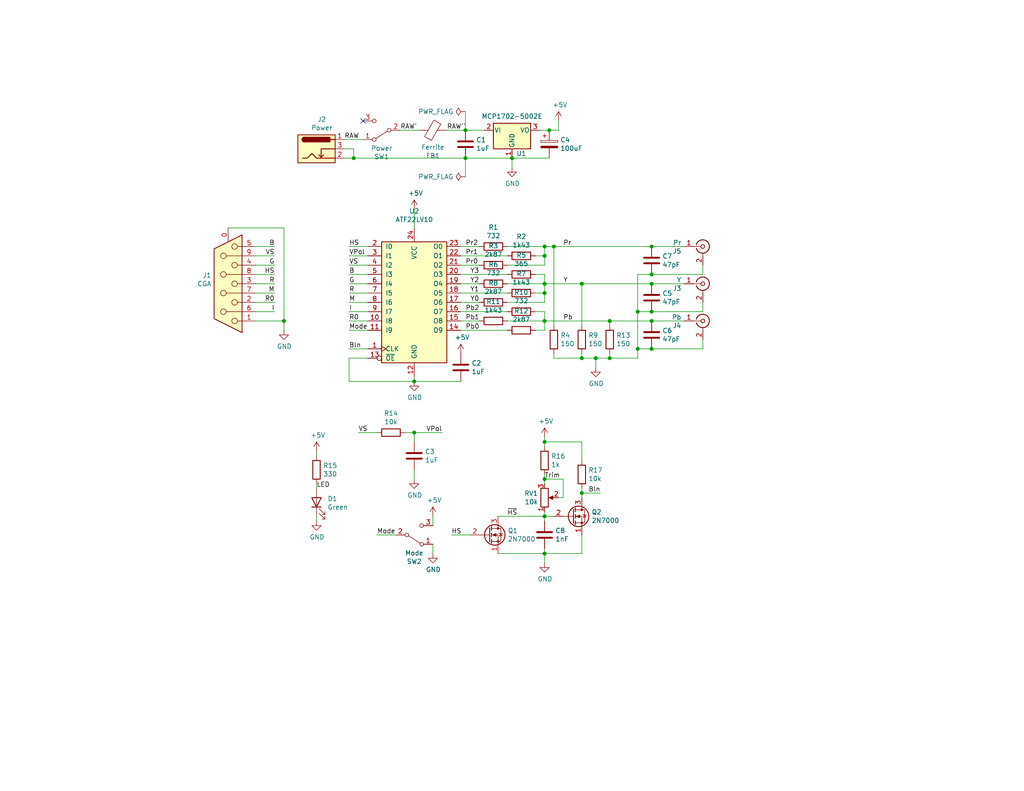
<source format=kicad_sch>
(kicad_sch (version 20211123) (generator eeschema)
  (paper "USLetter")
  (lib_symbols
    (symbol "Connector:Barrel_Jack_Switch" (pin_names hide)
      (property "Reference" "J" (at 0 5.334 0))
      (property "Value" "Barrel_Jack_Switch" (at 0 -5.08 0))
      (symbol "Barrel_Jack_Switch_0_1"
        (rectangle (start -5.08 3.81) (end 5.08 -3.81) (stroke (width 0.254)) (fill (type background)))
        (arc (start -3.302 3.175) (mid -3.937 2.54) (end -3.302 1.905) (stroke (width 0.254)))
        (arc (start -3.302 3.175) (mid -3.937 2.54) (end -3.302 1.905) (stroke (width 0.254)) (fill (type outline)))
        (polyline (pts (xy 1.27 -2.286) (xy 1.905 -1.651)) (stroke (width 0.254)))
        (polyline (pts (xy 5.08 2.54) (xy 3.81 2.54)) (stroke (width 0.254)))
        (polyline (pts (xy 5.08 0) (xy 1.27 0) (xy 1.27 -2.286) (xy 0.635 -1.651)) (stroke (width 0.254)))
        (polyline (pts (xy -3.81 -2.54) (xy -2.54 -2.54) (xy -1.27 -1.27) (xy 0 -2.54) (xy 2.54 -2.54) (xy 5.08 -2.54)) (stroke (width 0.254)))
        (rectangle (start 3.683 3.175) (end -3.302 1.905) (stroke (width 0.254)) (fill (type outline)))
      )
      (symbol "Barrel_Jack_Switch_1_1"
        (pin passive line (at 7.62 2.54 180) (length 2.54) (name "~") (number "1"))
        (pin passive line (at 7.62 -2.54 180) (length 2.54) (name "~") (number "2"))
        (pin passive line (at 7.62 0 180) (length 2.54) (name "~") (number "3"))
      )
    )
    (symbol "Connector:Conn_Coaxial" (pin_names (offset 1.016) hide)
      (property "Reference" "J" (at 0.254 3.048 0))
      (property "Value" "Conn_Coaxial" (at 2.921 0 90))
      (symbol "Conn_Coaxial_0_1"
        (arc (start -1.778 -0.508) (mid 0.2311 -1.8066) (end 1.778 0) (stroke (width 0.254)))
        (polyline (pts (xy -2.54 0) (xy -0.508 0)))
        (polyline (pts (xy 0 -2.54) (xy 0 -1.778)))
        (circle (center 0 0) (radius 0.508) (stroke (width 0.2032)))
        (arc (start 1.778 0) (mid 0.2099 1.8101) (end -1.778 0.508) (stroke (width 0.254)))
      )
      (symbol "Conn_Coaxial_1_1"
        (pin passive line (at -5.08 0 0) (length 2.54) (name "In") (number "1"))
        (pin passive line (at 0 -5.08 90) (length 2.54) (name "Ext") (number "2"))
      )
    )
    (symbol "Connector:DB9_Female_MountingHoles" (pin_names (offset 1.016) hide)
      (property "Reference" "J" (at 0 16.51 0))
      (property "Value" "DB9_Female_MountingHoles" (at 0 14.605 0))
      (symbol "DB9_Female_MountingHoles_0_1"
        (circle (center -1.778 -10.16) (radius 0.762))
        (circle (center -1.778 -5.08) (radius 0.762))
        (circle (center -1.778 0) (radius 0.762))
        (circle (center -1.778 5.08) (radius 0.762))
        (circle (center -1.778 10.16) (radius 0.762))
        (polyline (pts (xy -3.81 -10.16) (xy -2.54 -10.16)))
        (polyline (pts (xy -3.81 -7.62) (xy 0.508 -7.62)))
        (polyline (pts (xy -3.81 -5.08) (xy -2.54 -5.08)))
        (polyline (pts (xy -3.81 -2.54) (xy 0.508 -2.54)))
        (polyline (pts (xy -3.81 0) (xy -2.54 0)))
        (polyline (pts (xy -3.81 2.54) (xy 0.508 2.54)))
        (polyline (pts (xy -3.81 5.08) (xy -2.54 5.08)))
        (polyline (pts (xy -3.81 7.62) (xy 0.508 7.62)))
        (polyline (pts (xy -3.81 10.16) (xy -2.54 10.16)))
        (polyline (pts (xy -3.81 13.335) (xy -3.81 -13.335) (xy 3.81 -9.525) (xy 3.81 9.525) (xy -3.81 13.335)) (stroke (width 0.254)) (fill (type background)))
        (circle (center 1.27 -7.62) (radius 0.762))
        (circle (center 1.27 -2.54) (radius 0.762))
        (circle (center 1.27 2.54) (radius 0.762))
        (circle (center 1.27 7.62) (radius 0.762))
      )
      (symbol "DB9_Female_MountingHoles_1_1"
        (pin passive line (at 0 -15.24 90) (length 3.81) (name "PAD") (number "0"))
        (pin passive line (at -7.62 10.16 0) (length 3.81) (name "1") (number "1"))
        (pin passive line (at -7.62 5.08 0) (length 3.81) (name "2") (number "2"))
        (pin passive line (at -7.62 0 0) (length 3.81) (name "3") (number "3"))
        (pin passive line (at -7.62 -5.08 0) (length 3.81) (name "4") (number "4"))
        (pin passive line (at -7.62 -10.16 0) (length 3.81) (name "5") (number "5"))
        (pin passive line (at -7.62 7.62 0) (length 3.81) (name "6") (number "6"))
        (pin passive line (at -7.62 2.54 0) (length 3.81) (name "7") (number "7"))
        (pin passive line (at -7.62 -2.54 0) (length 3.81) (name "8") (number "8"))
        (pin passive line (at -7.62 -7.62 0) (length 3.81) (name "9") (number "9"))
      )
    )
    (symbol "Device:C" (pin_numbers hide) (pin_names (offset 0.254))
      (property "Reference" "C" (at 0.635 2.54 0))
      (property "Value" "C" (at 0.635 -2.54 0))
      (symbol "C_0_1"
        (polyline (pts (xy -2.032 -0.762) (xy 2.032 -0.762)) (stroke (width 0.508)))
        (polyline (pts (xy -2.032 0.762) (xy 2.032 0.762)) (stroke (width 0.508)))
      )
      (symbol "C_1_1"
        (pin passive line (at 0 3.81 270) (length 2.794) (name "~") (number "1"))
        (pin passive line (at 0 -3.81 90) (length 2.794) (name "~") (number "2"))
      )
    )
    (symbol "Device:C_Polarized" (pin_numbers hide) (pin_names (offset 0.254))
      (property "Reference" "C" (at 0.635 2.54 0))
      (property "Value" "C_Polarized" (at 0.635 -2.54 0))
      (symbol "C_Polarized_0_1"
        (rectangle (start -2.286 0.508) (end 2.286 1.016))
        (polyline (pts (xy -1.778 2.286) (xy -0.762 2.286)))
        (polyline (pts (xy -1.27 2.794) (xy -1.27 1.778)))
        (rectangle (start 2.286 -0.508) (end -2.286 -1.016) (fill (type outline)))
      )
      (symbol "C_Polarized_1_1"
        (pin passive line (at 0 3.81 270) (length 2.794) (name "~") (number "1"))
        (pin passive line (at 0 -3.81 90) (length 2.794) (name "~") (number "2"))
      )
    )
    (symbol "Device:FerriteBead" (pin_numbers hide) (pin_names (offset 0))
      (property "Reference" "FB" (at -3.81 0.635 90))
      (property "Value" "FerriteBead" (at 3.81 0 90))
      (symbol "FerriteBead_0_1"
        (polyline (pts (xy 0 -1.27) (xy 0 -1.2192)))
        (polyline (pts (xy 0 1.27) (xy 0 1.2954)))
        (polyline (pts (xy -2.7686 0.4064) (xy -1.7018 2.2606) (xy 2.7686 -0.3048) (xy 1.6764 -2.159) (xy -2.7686 0.4064)))
      )
      (symbol "FerriteBead_1_1"
        (pin passive line (at 0 3.81 270) (length 2.54) (name "~") (number "1"))
        (pin passive line (at 0 -3.81 90) (length 2.54) (name "~") (number "2"))
      )
    )
    (symbol "Device:LED" (pin_numbers hide) (pin_names (offset 1.016) hide)
      (property "Reference" "D" (at 0 2.54 0))
      (property "Value" "LED" (at 0 -2.54 0))
      (symbol "LED_0_1"
        (polyline (pts (xy -1.27 -1.27) (xy -1.27 1.27)) (stroke (width 0.254)))
        (polyline (pts (xy -1.27 0) (xy 1.27 0)))
        (polyline (pts (xy 1.27 -1.27) (xy 1.27 1.27) (xy -1.27 0) (xy 1.27 -1.27)) (stroke (width 0.254)))
        (polyline (pts (xy -3.048 -0.762) (xy -4.572 -2.286) (xy -3.81 -2.286) (xy -4.572 -2.286) (xy -4.572 -1.524)))
        (polyline (pts (xy -1.778 -0.762) (xy -3.302 -2.286) (xy -2.54 -2.286) (xy -3.302 -2.286) (xy -3.302 -1.524)))
      )
      (symbol "LED_1_1"
        (pin passive line (at -3.81 0 0) (length 2.54) (name "K") (number "1"))
        (pin passive line (at 3.81 0 180) (length 2.54) (name "A") (number "2"))
      )
    )
    (symbol "Device:R" (pin_numbers hide) (pin_names (offset 0))
      (property "Reference" "R" (at 2.032 0 90))
      (property "Value" "R" (at 0 0 90))
      (symbol "R_0_1"
        (rectangle (start -1.016 -2.54) (end 1.016 2.54) (stroke (width 0.254)))
      )
      (symbol "R_1_1"
        (pin passive line (at 0 3.81 270) (length 1.27) (name "~") (number "1"))
        (pin passive line (at 0 -3.81 90) (length 1.27) (name "~") (number "2"))
      )
    )
    (symbol "Device:R_Potentiometer" (pin_names (offset 1.016) hide)
      (property "Reference" "RV" (at -4.445 0 90))
      (property "Value" "R_Potentiometer" (at -2.54 0 90))
      (symbol "R_Potentiometer_0_1"
        (polyline (pts (xy 2.54 0) (xy 1.524 0)))
        (polyline (pts (xy 1.143 0) (xy 2.286 0.508) (xy 2.286 -0.508) (xy 1.143 0)) (fill (type outline)))
        (rectangle (start 1.016 2.54) (end -1.016 -2.54) (stroke (width 0.254)))
      )
      (symbol "R_Potentiometer_1_1"
        (pin passive line (at 0 3.81 270) (length 1.27) (name "1") (number "1"))
        (pin passive line (at 3.81 0 180) (length 1.27) (name "2") (number "2"))
        (pin passive line (at 0 -3.81 90) (length 1.27) (name "3") (number "3"))
      )
    )
    (symbol "Logic_Programmable:PAL20RS10" (pin_names (offset 1.016))
      (property "Reference" "U" (at -8.89 19.05 0))
      (property "Value" "PAL20RS10" (at 5.08 19.05 0))
      (symbol "PAL20RS10_0_1"
        (rectangle (start -8.89 -16.51) (end 8.89 16.51) (stroke (width 0.254)) (fill (type background)))
      )
      (symbol "PAL20RS10_1_1"
        (pin input clock (at -12.7 -12.7 0) (length 3.81) (name "CLK") (number "1"))
        (pin input line (at -12.7 -5.08 0) (length 3.81) (name "I8") (number "10"))
        (pin input line (at -12.7 -7.62 0) (length 3.81) (name "I9") (number "11"))
        (pin power_in line (at 0 -20.32 90) (length 3.81) (name "GND") (number "12"))
        (pin input inverted (at -12.7 -15.24 0) (length 3.81) (name "~{OE}") (number "13"))
        (pin output line (at 12.7 -7.62 180) (length 3.81) (name "O9") (number "14"))
        (pin output line (at 12.7 -5.08 180) (length 3.81) (name "O8") (number "15"))
        (pin output line (at 12.7 -2.54 180) (length 3.81) (name "O7") (number "16"))
        (pin output line (at 12.7 0 180) (length 3.81) (name "O6") (number "17"))
        (pin output line (at 12.7 2.54 180) (length 3.81) (name "O5") (number "18"))
        (pin output line (at 12.7 5.08 180) (length 3.81) (name "O4") (number "19"))
        (pin input line (at -12.7 15.24 0) (length 3.81) (name "I0") (number "2"))
        (pin output line (at 12.7 7.62 180) (length 3.81) (name "O3") (number "20"))
        (pin output line (at 12.7 10.16 180) (length 3.81) (name "O2") (number "21"))
        (pin output line (at 12.7 12.7 180) (length 3.81) (name "O1") (number "22"))
        (pin output line (at 12.7 15.24 180) (length 3.81) (name "O0") (number "23"))
        (pin power_in line (at 0 20.32 270) (length 3.81) (name "VCC") (number "24"))
        (pin input line (at -12.7 12.7 0) (length 3.81) (name "I1") (number "3"))
        (pin input line (at -12.7 10.16 0) (length 3.81) (name "I2") (number "4"))
        (pin input line (at -12.7 7.62 0) (length 3.81) (name "I3") (number "5"))
        (pin input line (at -12.7 5.08 0) (length 3.81) (name "I4") (number "6"))
        (pin input line (at -12.7 2.54 0) (length 3.81) (name "I5") (number "7"))
        (pin input line (at -12.7 0 0) (length 3.81) (name "I6") (number "8"))
        (pin input line (at -12.7 -2.54 0) (length 3.81) (name "I7") (number "9"))
      )
    )
    (symbol "Regulator_Linear:MCP1700x-500xxTO" (pin_names (offset 0.254))
      (property "Reference" "U" (at -3.81 -3.175 0))
      (property "Value" "MCP1700x-500xxTO" (at 0 -3.175 0))
      (symbol "MCP1700x-500xxTO_0_1"
        (rectangle (start -5.08 5.08) (end 5.08 -1.905) (stroke (width 0.254)) (fill (type background)))
      )
      (symbol "MCP1700x-500xxTO_1_1"
        (pin power_in line (at 0 7.62 270) (length 2.54) (name "GND") (number "1"))
        (pin power_in line (at -7.62 0 0) (length 2.54) (name "VI") (number "2"))
        (pin power_out line (at 7.62 0 180) (length 2.54) (name "VO") (number "3"))
      )
    )
    (symbol "Switch:SW_SPDT" (pin_names (offset 0) hide)
      (property "Reference" "SW" (at 0 4.318 0))
      (property "Value" "SW_SPDT" (at 0 -5.08 0))
      (symbol "SW_SPDT_0_0"
        (circle (center -2.032 0) (radius 0.508))
        (circle (center 2.032 -2.54) (radius 0.508))
      )
      (symbol "SW_SPDT_0_1"
        (polyline (pts (xy -1.524 0.254) (xy 1.651 2.286)))
        (circle (center 2.032 2.54) (radius 0.508))
      )
      (symbol "SW_SPDT_1_1"
        (pin passive line (at 5.08 2.54 180) (length 2.54) (name "A") (number "1"))
        (pin passive line (at -5.08 0 0) (length 2.54) (name "B") (number "2"))
        (pin passive line (at 5.08 -2.54 180) (length 2.54) (name "C") (number "3"))
      )
    )
    (symbol "Transistor_FET:2N7000" (pin_names hide)
      (property "Reference" "Q" (at 5.08 1.905 0))
      (property "Value" "2N7000" (at 5.08 0 0))
      (symbol "2N7000_0_1"
        (polyline (pts (xy 0.254 0) (xy -2.54 0)))
        (polyline (pts (xy 0.254 1.905) (xy 0.254 -1.905)) (stroke (width 0.254)))
        (polyline (pts (xy 0.762 -1.27) (xy 0.762 -2.286)) (stroke (width 0.254)))
        (polyline (pts (xy 0.762 0.508) (xy 0.762 -0.508)) (stroke (width 0.254)))
        (polyline (pts (xy 0.762 2.286) (xy 0.762 1.27)) (stroke (width 0.254)))
        (polyline (pts (xy 2.54 2.54) (xy 2.54 1.778)))
        (polyline (pts (xy 2.54 -2.54) (xy 2.54 0) (xy 0.762 0)))
        (polyline (pts (xy 0.762 -1.778) (xy 3.302 -1.778) (xy 3.302 1.778) (xy 0.762 1.778)))
        (polyline (pts (xy 1.016 0) (xy 2.032 0.381) (xy 2.032 -0.381) (xy 1.016 0)) (fill (type outline)))
        (polyline (pts (xy 2.794 0.508) (xy 2.921 0.381) (xy 3.683 0.381) (xy 3.81 0.254)))
        (polyline (pts (xy 3.302 0.381) (xy 2.921 -0.254) (xy 3.683 -0.254) (xy 3.302 0.381)))
        (circle (center 1.651 0) (radius 2.794) (stroke (width 0.254)))
        (circle (center 2.54 -1.778) (radius 0.254) (fill (type outline)))
        (circle (center 2.54 1.778) (radius 0.254) (fill (type outline)))
      )
      (symbol "2N7000_1_1"
        (pin passive line (at 2.54 -5.08 90) (length 2.54) (name "S") (number "1"))
        (pin input line (at -5.08 0 0) (length 2.54) (name "G") (number "2"))
        (pin passive line (at 2.54 5.08 270) (length 2.54) (name "D") (number "3"))
      )
    )
    (symbol "power:+5V" (power) (pin_names (offset 0))
      (property "Value" "+5V" (at 0 3.556 0))
      (symbol "+5V_0_1"
        (polyline (pts (xy -0.762 1.27) (xy 0 2.54)))
        (polyline (pts (xy 0 0) (xy 0 2.54)))
        (polyline (pts (xy 0 2.54) (xy 0.762 1.27)))
      )
      (symbol "+5V_1_1"
        (pin power_in line (at 0 0 90) (length 0) hide (name "+5V") (number "1"))
      )
    )
    (symbol "power:GND" (power) (pin_names (offset 0))
      (property "Value" "GND" (at 0 -3.81 0))
      (symbol "GND_0_1"
        (polyline (pts (xy 0 0) (xy 0 -1.27) (xy 1.27 -1.27) (xy 0 -2.54) (xy -1.27 -1.27) (xy 0 -1.27)))
      )
      (symbol "GND_1_1"
        (pin power_in line (at 0 0 270) (length 0) hide (name "GND") (number "1"))
      )
    )
    (symbol "power:PWR_FLAG" (power) (pin_numbers hide) (pin_names (offset 0) hide)
      (property "Value" "PWR_FLAG" (at 0 3.81 0))
      (symbol "PWR_FLAG_0_0"
        (pin power_out line (at 0 0 90) (length 0) (name "pwr") (number "1"))
      )
      (symbol "PWR_FLAG_0_1"
        (polyline (pts (xy 0 0) (xy 0 1.27) (xy -1.016 1.905) (xy 0 2.54) (xy 1.016 1.905) (xy 0 1.27)))
      )
    )
  )
  (junction (at 158.75 77.47))
  (junction (at 177.8 67.31))
  (junction (at 166.37 87.63))
  (junction (at 127 35.56))
  (junction (at 148.59 77.47))
  (junction (at 148.59 67.31))
  (junction (at 173.99 85.09))
  (junction (at 177.8 77.47))
  (junction (at 148.59 80.01))
  (junction (at 77.47 87.63))
  (junction (at 177.8 74.93))
  (junction (at 113.03 104.14))
  (junction (at 158.75 134.62))
  (junction (at 177.8 85.09))
  (junction (at 162.56 97.79))
  (junction (at 158.75 97.79))
  (junction (at 148.59 120.65))
  (junction (at 177.8 87.63))
  (junction (at 148.59 151.13))
  (junction (at 127 43.18))
  (junction (at 173.99 95.25))
  (junction (at 149.86 35.56))
  (junction (at 148.59 140.97))
  (junction (at 113.03 118.11))
  (junction (at 148.59 87.63))
  (junction (at 96.52 43.18))
  (junction (at 177.8 95.25))
  (junction (at 148.59 69.85))
  (junction (at 148.59 130.81))
  (junction (at 166.37 97.79))
  (junction (at 139.7 43.18))
  (junction (at 151.13 67.31))
  (no_connect (at 99.06 33.02))
  (wire (pts (xy 177.8 74.93) (xy 173.99 74.93)))
  (wire (pts (xy 69.85 85.09) (xy 74.93 85.09)))
  (wire (pts (xy 125.73 85.09) (xy 138.43 85.09)))
  (wire (pts (xy 69.85 82.55) (xy 74.93 82.55)))
  (wire (pts (xy 152.4 135.89) (xy 153.67 135.89)))
  (wire (pts (xy 69.85 87.63) (xy 77.47 87.63)))
  (wire (pts (xy 151.13 97.79) (xy 158.75 97.79)))
  (wire (pts (xy 146.05 85.09) (xy 148.59 85.09)))
  (wire (pts (xy 191.77 85.09) (xy 177.8 85.09)))
  (wire (pts (xy 109.22 35.56) (xy 114.3 35.56)))
  (wire (pts (xy 158.75 133.35) (xy 158.75 134.62)))
  (wire (pts (xy 95.25 80.01) (xy 100.33 80.01)))
  (wire (pts (xy 69.85 77.47) (xy 74.93 77.47)))
  (wire (pts (xy 125.73 80.01) (xy 138.43 80.01)))
  (wire (pts (xy 148.59 151.13) (xy 158.75 151.13)))
  (wire (pts (xy 146.05 74.93) (xy 148.59 74.93)))
  (wire (pts (xy 173.99 85.09) (xy 173.99 95.25)))
  (wire (pts (xy 146.05 80.01) (xy 148.59 80.01)))
  (wire (pts (xy 127 48.26) (xy 127 43.18)))
  (wire (pts (xy 113.03 118.11) (xy 113.03 120.65)))
  (wire (pts (xy 148.59 77.47) (xy 148.59 80.01)))
  (wire (pts (xy 191.77 74.93) (xy 191.77 72.39)))
  (wire (pts (xy 151.13 140.97) (xy 148.59 140.97)))
  (wire (pts (xy 151.13 67.31) (xy 151.13 88.9)))
  (wire (pts (xy 173.99 97.79) (xy 166.37 97.79)))
  (wire (pts (xy 148.59 82.55) (xy 138.43 82.55)))
  (wire (pts (xy 148.59 87.63) (xy 166.37 87.63)))
  (wire (pts (xy 100.33 95.25) (xy 95.25 95.25)))
  (wire (pts (xy 148.59 130.81) (xy 148.59 132.08)))
  (wire (pts (xy 125.73 87.63) (xy 130.81 87.63)))
  (wire (pts (xy 86.36 142.24) (xy 86.36 140.97)))
  (wire (pts (xy 148.59 140.97) (xy 148.59 142.24)))
  (wire (pts (xy 191.77 95.25) (xy 191.77 92.71)))
  (wire (pts (xy 120.65 118.11) (xy 113.03 118.11)))
  (wire (pts (xy 69.85 69.85) (xy 74.93 69.85)))
  (wire (pts (xy 191.77 85.09) (xy 191.77 82.55)))
  (wire (pts (xy 128.27 146.05) (xy 123.19 146.05)))
  (wire (pts (xy 163.83 134.62) (xy 158.75 134.62)))
  (wire (pts (xy 113.03 104.14) (xy 95.25 104.14)))
  (wire (pts (xy 173.99 74.93) (xy 173.99 85.09)))
  (wire (pts (xy 158.75 77.47) (xy 158.75 88.9)))
  (wire (pts (xy 139.7 43.18) (xy 149.86 43.18)))
  (wire (pts (xy 148.59 90.17) (xy 146.05 90.17)))
  (wire (pts (xy 151.13 67.31) (xy 148.59 67.31)))
  (wire (pts (xy 147.32 35.56) (xy 149.86 35.56)))
  (wire (pts (xy 148.59 67.31) (xy 138.43 67.31)))
  (wire (pts (xy 158.75 151.13) (xy 158.75 146.05)))
  (wire (pts (xy 162.56 97.79) (xy 166.37 97.79)))
  (wire (pts (xy 158.75 96.52) (xy 158.75 97.79)))
  (wire (pts (xy 127 43.18) (xy 139.7 43.18)))
  (wire (pts (xy 177.8 77.47) (xy 186.69 77.47)))
  (wire (pts (xy 69.85 74.93) (xy 74.93 74.93)))
  (wire (pts (xy 138.43 72.39) (xy 148.59 72.39)))
  (wire (pts (xy 158.75 125.73) (xy 158.75 120.65)))
  (wire (pts (xy 69.85 80.01) (xy 74.93 80.01)))
  (wire (pts (xy 148.59 74.93) (xy 148.59 77.47)))
  (wire (pts (xy 95.25 77.47) (xy 100.33 77.47)))
  (wire (pts (xy 151.13 67.31) (xy 177.8 67.31)))
  (wire (pts (xy 69.85 67.31) (xy 74.93 67.31)))
  (wire (pts (xy 158.75 97.79) (xy 162.56 97.79)))
  (wire (pts (xy 100.33 97.79) (xy 95.25 97.79)))
  (wire (pts (xy 158.75 134.62) (xy 158.75 135.89)))
  (wire (pts (xy 96.52 43.18) (xy 127 43.18)))
  (wire (pts (xy 125.73 67.31) (xy 130.81 67.31)))
  (wire (pts (xy 96.52 40.64) (xy 96.52 43.18)))
  (wire (pts (xy 118.11 151.13) (xy 118.11 148.59)))
  (wire (pts (xy 77.47 62.23) (xy 62.23 62.23)))
  (wire (pts (xy 86.36 124.46) (xy 86.36 123.19)))
  (wire (pts (xy 125.73 82.55) (xy 130.81 82.55)))
  (wire (pts (xy 95.25 104.14) (xy 95.25 97.79)))
  (wire (pts (xy 95.25 74.93) (xy 100.33 74.93)))
  (wire (pts (xy 148.59 120.65) (xy 158.75 120.65)))
  (wire (pts (xy 135.89 151.13) (xy 148.59 151.13)))
  (wire (pts (xy 95.25 85.09) (xy 100.33 85.09)))
  (wire (pts (xy 125.73 90.17) (xy 138.43 90.17)))
  (wire (pts (xy 113.03 104.14) (xy 113.03 102.87)))
  (wire (pts (xy 153.67 135.89) (xy 153.67 130.81)))
  (wire (pts (xy 148.59 87.63) (xy 148.59 90.17)))
  (wire (pts (xy 95.25 82.55) (xy 100.33 82.55)))
  (wire (pts (xy 95.25 87.63) (xy 100.33 87.63)))
  (wire (pts (xy 177.8 87.63) (xy 166.37 87.63)))
  (wire (pts (xy 153.67 130.81) (xy 148.59 130.81)))
  (wire (pts (xy 125.73 72.39) (xy 130.81 72.39)))
  (wire (pts (xy 148.59 151.13) (xy 148.59 153.67)))
  (wire (pts (xy 127 35.56) (xy 132.08 35.56)))
  (wire (pts (xy 177.8 87.63) (xy 186.69 87.63)))
  (wire (pts (xy 148.59 120.65) (xy 148.59 121.92)))
  (wire (pts (xy 148.59 72.39) (xy 148.59 69.85)))
  (wire (pts (xy 107.95 146.05) (xy 102.87 146.05)))
  (wire (pts (xy 162.56 100.33) (xy 162.56 97.79)))
  (wire (pts (xy 77.47 87.63) (xy 77.47 90.17)))
  (wire (pts (xy 102.87 118.11) (xy 97.79 118.11)))
  (wire (pts (xy 148.59 119.38) (xy 148.59 120.65)))
  (wire (pts (xy 158.75 77.47) (xy 148.59 77.47)))
  (wire (pts (xy 138.43 77.47) (xy 148.59 77.47)))
  (wire (pts (xy 93.98 40.64) (xy 96.52 40.64)))
  (wire (pts (xy 148.59 149.86) (xy 148.59 151.13)))
  (wire (pts (xy 125.73 74.93) (xy 138.43 74.93)))
  (wire (pts (xy 148.59 129.54) (xy 148.59 130.81)))
  (wire (pts (xy 151.13 96.52) (xy 151.13 97.79)))
  (wire (pts (xy 146.05 69.85) (xy 148.59 69.85)))
  (wire (pts (xy 173.99 95.25) (xy 173.99 97.79)))
  (wire (pts (xy 191.77 95.25) (xy 177.8 95.25)))
  (wire (pts (xy 148.59 85.09) (xy 148.59 87.63)))
  (wire (pts (xy 96.52 43.18) (xy 93.98 43.18)))
  (wire (pts (xy 125.73 104.14) (xy 113.03 104.14)))
  (wire (pts (xy 95.25 69.85) (xy 100.33 69.85)))
  (wire (pts (xy 148.59 140.97) (xy 135.89 140.97)))
  (wire (pts (xy 127 30.48) (xy 127 35.56)))
  (wire (pts (xy 173.99 85.09) (xy 177.8 85.09)))
  (wire (pts (xy 139.7 43.18) (xy 139.7 45.72)))
  (wire (pts (xy 148.59 140.97) (xy 148.59 139.7)))
  (wire (pts (xy 166.37 97.79) (xy 166.37 96.52)))
  (wire (pts (xy 121.92 35.56) (xy 127 35.56)))
  (wire (pts (xy 166.37 87.63) (xy 166.37 88.9)))
  (wire (pts (xy 77.47 87.63) (xy 77.47 62.23)))
  (wire (pts (xy 95.25 67.31) (xy 100.33 67.31)))
  (wire (pts (xy 125.73 69.85) (xy 138.43 69.85)))
  (wire (pts (xy 138.43 87.63) (xy 148.59 87.63)))
  (wire (pts (xy 86.36 133.35) (xy 86.36 132.08)))
  (wire (pts (xy 113.03 57.15) (xy 113.03 62.23)))
  (wire (pts (xy 191.77 74.93) (xy 177.8 74.93)))
  (wire (pts (xy 148.59 80.01) (xy 148.59 82.55)))
  (wire (pts (xy 118.11 143.51) (xy 118.11 140.97)))
  (wire (pts (xy 125.73 77.47) (xy 130.81 77.47)))
  (wire (pts (xy 95.25 72.39) (xy 100.33 72.39)))
  (wire (pts (xy 158.75 77.47) (xy 177.8 77.47)))
  (wire (pts (xy 69.85 72.39) (xy 74.93 72.39)))
  (wire (pts (xy 177.8 67.31) (xy 186.69 67.31)))
  (wire (pts (xy 99.06 38.1) (xy 93.98 38.1)))
  (wire (pts (xy 177.8 95.25) (xy 173.99 95.25)))
  (wire (pts (xy 113.03 118.11) (xy 110.49 118.11)))
  (wire (pts (xy 95.25 90.17) (xy 100.33 90.17)))
  (wire (pts (xy 152.4 33.02) (xy 152.4 35.56)))
  (wire (pts (xy 148.59 69.85) (xy 148.59 67.31)))
  (wire (pts (xy 149.86 35.56) (xy 152.4 35.56)))
  (wire (pts (xy 113.03 130.81) (xy 113.03 128.27)))
  (label "HS" (at 123.19 146.05 0))
  (label "Pb0" (at 127 90.17 0))
  (label "RAW''" (at 121.92 35.56 0))
  (label "G" (at 95.25 77.47 0))
  (label "~{HS}" (at 138.43 140.97 0))
  (label "Pb1" (at 127 87.63 0))
  (label "Y1" (at 128.27 80.01 0))
  (label "Pr" (at 153.67 67.31 0))
  (label "Y0" (at 128.27 82.55 0))
  (label "Y3" (at 128.27 74.93 0))
  (label "VS" (at 97.79 118.11 0))
  (label "M" (at 95.25 82.55 0))
  (label "VS" (at 74.93 69.85 180))
  (label "VS" (at 95.25 72.39 0))
  (label "Pr0" (at 127 72.39 0))
  (label "Pr1" (at 127 69.85 0))
  (label "Mode" (at 95.25 90.17 0))
  (label "VPol" (at 95.25 69.85 0))
  (label "Mode" (at 102.87 146.05 0))
  (label "Trim" (at 148.59 130.81 0))
  (label "LED" (at 86.36 133.35 0))
  (label "Pr2" (at 127 67.31 0))
  (label "M" (at 74.93 80.01 180))
  (label "B" (at 95.25 74.93 0))
  (label "Pb2" (at 127 85.09 0))
  (label "I" (at 74.93 85.09 180))
  (label "Pb" (at 153.67 87.63 0))
  (label "RAW" (at 93.98 38.1 0))
  (label "Y" (at 153.67 77.47 0))
  (label "Y2" (at 128.27 77.47 0))
  (label "R0" (at 74.93 82.55 180))
  (label "Bln" (at 95.25 95.25 0))
  (label "B" (at 74.93 67.31 180))
  (label "Bln" (at 163.83 134.62 180))
  (label "HS" (at 95.25 67.31 0))
  (label "VPol" (at 120.65 118.11 180))
  (label "I" (at 95.25 85.09 0))
  (label "RAW'" (at 109.22 35.56 0))
  (label "R" (at 74.93 77.47 180))
  (label "R0" (at 95.25 87.63 0))
  (label "HS" (at 74.93 74.93 180))
  (label "R" (at 95.25 80.01 0))
  (label "G" (at 74.93 72.39 180))
  (symbol (lib_id "Logic_Programmable:PAL20RS10") (at 113.03 82.55 0) (unit 1)
    (property "Reference" "U2" (at 113.03 57.6326 0))
    (property "Value" "ATF22LV10" (at 113.03 59.944 0))
    (property "Footprint" "Package_DIP:DIP-24_W7.62mm_Socket_LongPads" (effects hide))
  )
  (symbol (lib_id "power:GND") (at 113.03 104.14 0) (unit 1)
    (property "Reference" "#PWR02" (effects hide))
    (property "Value" "GND" (at 113.157 108.5342 0))
  )
  (symbol (lib_id "power:+5V") (at 113.03 57.15 0) (unit 1)
    (property "Reference" "#PWR01" (effects hide))
    (property "Value" "+5V" (at 113.411 52.7558 0))
  )
  (symbol (lib_id "Device:R") (at 134.62 67.31 90) (mirror x) (unit 1)
    (property "Reference" "R1" (at 134.62 62.0522 90))
    (property "Value" "732" (at 134.62 64.3636 90))
    (property "Footprint" "Resistor_THT:R_Axial_DIN0207_L6.3mm_D2.5mm_P7.62mm_Horizontal" (effects hide))
  )
  (symbol (lib_id "Device:R") (at 142.24 69.85 90) (mirror x) (unit 1)
    (property "Reference" "R2" (at 142.24 64.5922 90))
    (property "Value" "1k43" (at 142.24 66.9036 90))
    (property "Footprint" "Resistor_THT:R_Axial_DIN0207_L6.3mm_D2.5mm_P7.62mm_Horizontal" (effects hide))
  )
  (symbol (lib_id "Device:R") (at 134.62 72.39 90) (mirror x) (unit 1)
    (property "Reference" "R3" (at 134.62 67.1322 90))
    (property "Value" "2k87" (at 134.62 69.4436 90))
    (property "Footprint" "Resistor_THT:R_Axial_DIN0207_L6.3mm_D2.5mm_P7.62mm_Horizontal" (effects hide))
  )
  (symbol (lib_id "Device:R") (at 142.24 74.93 90) (mirror x) (unit 1)
    (property "Reference" "R5" (at 142.24 69.6722 90))
    (property "Value" "365" (at 142.24 71.9836 90))
    (property "Footprint" "Resistor_THT:R_Axial_DIN0207_L6.3mm_D2.5mm_P7.62mm_Horizontal" (effects hide))
  )
  (symbol (lib_id "Device:R") (at 151.13 92.71 180) (unit 1)
    (property "Reference" "R4" (at 152.908 91.5416 0) (effects (justify right)))
    (property "Value" "150" (at 152.908 93.853 0) (effects (justify right)))
    (property "Footprint" "Resistor_THT:R_Axial_DIN0207_L6.3mm_D2.5mm_P7.62mm_Horizontal" (effects hide))
  )
  (symbol (lib_id "Device:R") (at 134.62 77.47 90) (mirror x) (unit 1)
    (property "Reference" "R6" (at 134.62 72.2122 90))
    (property "Value" "732" (at 134.62 74.5236 90))
    (property "Footprint" "Resistor_THT:R_Axial_DIN0207_L6.3mm_D2.5mm_P7.62mm_Horizontal" (effects hide))
  )
  (symbol (lib_id "Device:R") (at 142.24 80.01 90) (mirror x) (unit 1)
    (property "Reference" "R7" (at 142.24 74.7522 90))
    (property "Value" "1k43" (at 142.24 77.0636 90))
    (property "Footprint" "Resistor_THT:R_Axial_DIN0207_L6.3mm_D2.5mm_P7.62mm_Horizontal" (effects hide))
  )
  (symbol (lib_id "Device:R") (at 134.62 82.55 90) (mirror x) (unit 1)
    (property "Reference" "R8" (at 134.62 77.2922 90))
    (property "Value" "2k87" (at 134.62 79.6036 90))
    (property "Footprint" "Resistor_THT:R_Axial_DIN0207_L6.3mm_D2.5mm_P7.62mm_Horizontal" (effects hide))
  )
  (symbol (lib_id "Device:R") (at 158.75 92.71 180) (unit 1)
    (property "Reference" "R9" (at 160.528 91.5416 0) (effects (justify right)))
    (property "Value" "150" (at 160.528 93.853 0) (effects (justify right)))
    (property "Footprint" "Resistor_THT:R_Axial_DIN0207_L6.3mm_D2.5mm_P7.62mm_Horizontal" (effects hide))
  )
  (symbol (lib_id "Device:R") (at 142.24 85.09 90) (mirror x) (unit 1)
    (property "Reference" "R10" (at 142.24 79.8322 90))
    (property "Value" "732" (at 142.24 82.1436 90))
    (property "Footprint" "Resistor_THT:R_Axial_DIN0207_L6.3mm_D2.5mm_P7.62mm_Horizontal" (effects hide))
  )
  (symbol (lib_id "Device:R") (at 134.62 87.63 90) (mirror x) (unit 1)
    (property "Reference" "R11" (at 134.62 82.3722 90))
    (property "Value" "1k43" (at 134.62 84.6836 90))
    (property "Footprint" "Resistor_THT:R_Axial_DIN0207_L6.3mm_D2.5mm_P7.62mm_Horizontal" (effects hide))
  )
  (symbol (lib_id "Device:R") (at 142.24 90.17 90) (mirror x) (unit 1)
    (property "Reference" "R12" (at 142.24 84.9122 90))
    (property "Value" "2k87" (at 142.24 87.2236 90))
    (property "Footprint" "Resistor_THT:R_Axial_DIN0207_L6.3mm_D2.5mm_P7.62mm_Horizontal" (effects hide))
  )
  (symbol (lib_id "Device:R") (at 166.37 92.71 180) (unit 1)
    (property "Reference" "R13" (at 168.148 91.5416 0) (effects (justify right)))
    (property "Value" "150" (at 168.148 93.853 0) (effects (justify right)))
    (property "Footprint" "Resistor_THT:R_Axial_DIN0207_L6.3mm_D2.5mm_P7.62mm_Horizontal" (effects hide))
  )
  (symbol (lib_id "power:GND") (at 162.56 100.33 0) (unit 1)
    (property "Reference" "#PWR04" (effects hide))
    (property "Value" "GND" (at 162.687 104.7242 0))
  )
  (symbol (lib_id "Connector:Conn_Coaxial") (at 191.77 77.47 0) (unit 1)
    (property "Reference" "J3" (at 185.928 78.74 0) (effects (justify right)))
    (property "Value" "Y" (at 185.928 76.4286 0) (effects (justify right)))
    (property "Footprint" "cga-ypbpr:RCA_Unswitched" (effects hide))
    (property "Datasheet" " ~" (effects hide))
  )
  (symbol (lib_id "Connector:Conn_Coaxial") (at 191.77 87.63 0) (unit 1)
    (property "Reference" "J4" (at 185.928 88.9 0) (effects (justify right)))
    (property "Value" "Pb" (at 185.928 86.5886 0) (effects (justify right)))
    (property "Footprint" "cga-ypbpr:RCA_Unswitched" (effects hide))
    (property "Datasheet" " ~" (effects hide))
  )
  (symbol (lib_id "Connector:Conn_Coaxial") (at 191.77 67.31 0) (unit 1)
    (property "Reference" "J5" (at 185.928 68.58 0) (effects (justify right)))
    (property "Value" "Pr" (at 185.928 66.2686 0) (effects (justify right)))
    (property "Footprint" "cga-ypbpr:RCA_Unswitched" (effects hide))
    (property "Datasheet" " ~" (effects hide))
  )
  (symbol (lib_id "Device:C") (at 177.8 71.12 0) (unit 1)
    (property "Reference" "C7" (at 180.721 69.9516 0) (effects (justify left)))
    (property "Value" "47pF" (at 180.721 72.263 0) (effects (justify left)))
    (property "Footprint" "Capacitor_THT:C_Disc_D3.0mm_W1.6mm_P2.50mm" (effects hide))
  )
  (symbol (lib_id "Device:C") (at 177.8 81.28 0) (unit 1)
    (property "Reference" "C5" (at 180.721 80.1116 0) (effects (justify left)))
    (property "Value" "47pF" (at 180.721 82.423 0) (effects (justify left)))
    (property "Footprint" "Capacitor_THT:C_Disc_D3.0mm_W1.6mm_P2.50mm" (effects hide))
  )
  (symbol (lib_id "Device:C") (at 177.8 91.44 0) (unit 1)
    (property "Reference" "C6" (at 180.721 90.2716 0) (effects (justify left)))
    (property "Value" "47pF" (at 180.721 92.583 0) (effects (justify left)))
    (property "Footprint" "Capacitor_THT:C_Disc_D3.0mm_W1.6mm_P2.50mm" (effects hide))
  )
  (symbol (lib_id "Device:C") (at 125.73 100.33 0) (unit 1)
    (property "Reference" "C2" (at 128.651 99.1616 0) (effects (justify left)))
    (property "Value" "1uF" (at 128.651 101.473 0) (effects (justify left)))
    (property "Footprint" "Capacitor_THT:C_Disc_D3.0mm_W2.0mm_P2.50mm" (effects hide))
  )
  (symbol (lib_id "power:+5V") (at 125.73 96.52 0) (unit 1)
    (property "Reference" "#PWR03" (effects hide))
    (property "Value" "+5V" (at 126.111 92.1258 0))
  )
  (symbol (lib_id "Connector:DB9_Female_MountingHoles") (at 62.23 77.47 180) (unit 1)
    (property "Reference" "J1" (at 57.6834 75.1586 0) (effects (justify left)))
    (property "Value" "CGA" (at 57.6834 77.47 0) (effects (justify left)))
    (property "Footprint" "Connector_Dsub:DSUB-9_Female_Horizontal_P2.77x2.84mm_EdgePinOffset7.70mm_Housed_MountingHolesOffset9.12mm" (effects hide))
    (property "Datasheet" " ~" (effects hide))
  )
  (symbol (lib_id "power:GND") (at 77.47 90.17 0) (unit 1)
    (property "Reference" "#PWR0101" (effects hide))
    (property "Value" "GND" (at 77.597 94.5642 0))
  )
  (symbol (lib_id "power:+5V") (at 118.11 140.97 0) (unit 1)
    (property "Reference" "#PWR0102" (effects hide))
    (property "Value" "+5V" (at 118.491 136.5758 0))
  )
  (symbol (lib_id "power:GND") (at 118.11 151.13 0) (unit 1)
    (property "Reference" "#PWR0103" (effects hide))
    (property "Value" "GND" (at 118.237 155.5242 0))
  )
  (symbol (lib_id "Connector:Barrel_Jack_Switch") (at 86.36 40.64 0) (unit 1)
    (property "Reference" "J2" (at 87.8078 32.5882 0))
    (property "Value" "Power" (at 87.8078 34.8996 0))
    (property "Footprint" "Connector_BarrelJack:BarrelJack_Horizontal" (effects hide))
  )
  (symbol (lib_id "Device:FerriteBead") (at 118.11 35.56 90) (unit 1)
    (property "Reference" "FB1" (at 118.11 42.5196 90))
    (property "Value" "Ferrite" (at 118.11 40.2082 90))
    (property "Footprint" "Inductor_THT:L_Axial_L9.5mm_D4.0mm_P12.70mm_Horizontal_Fastron_SMCC" (effects hide))
  )
  (symbol (lib_id "power:GND") (at 139.7 45.72 0) (unit 1)
    (property "Reference" "#PWR0105" (effects hide))
    (property "Value" "GND" (at 139.827 50.1142 0))
  )
  (symbol (lib_id "power:+5V") (at 152.4 33.02 0) (unit 1)
    (property "Reference" "#PWR0106" (effects hide))
    (property "Value" "+5V" (at 152.781 28.6258 0))
  )
  (symbol (lib_id "Device:C_Polarized") (at 149.86 39.37 0) (unit 1)
    (property "Reference" "C4" (at 152.8572 38.2016 0) (effects (justify left)))
    (property "Value" "100uF" (at 152.8572 40.513 0) (effects (justify left)))
    (property "Footprint" "Capacitor_THT:CP_Radial_D6.3mm_P2.50mm" (effects hide))
  )
  (symbol (lib_id "power:PWR_FLAG") (at 127 48.26 90) (unit 1)
    (property "Reference" "#FLG0101" (effects hide))
    (property "Value" "PWR_FLAG" (at 123.7488 48.26 90) (effects (justify left)))
  )
  (symbol (lib_id "power:PWR_FLAG") (at 127 30.48 90) (unit 1)
    (property "Reference" "#FLG0102" (effects hide))
    (property "Value" "PWR_FLAG" (at 123.7488 30.48 90) (effects (justify left)))
  )
  (symbol (lib_id "Device:R") (at 106.68 118.11 270) (unit 1)
    (property "Reference" "R14" (at 106.68 112.8522 90))
    (property "Value" "10k" (at 106.68 115.1636 90))
    (property "Footprint" "Resistor_THT:R_Axial_DIN0207_L6.3mm_D2.5mm_P7.62mm_Horizontal" (effects hide))
  )
  (symbol (lib_id "Device:C") (at 113.03 124.46 0) (unit 1)
    (property "Reference" "C3" (at 115.951 123.2916 0) (effects (justify left)))
    (property "Value" "1uF" (at 115.951 125.603 0) (effects (justify left)))
    (property "Footprint" "Capacitor_THT:C_Disc_D3.0mm_W2.0mm_P2.50mm" (effects hide))
  )
  (symbol (lib_id "power:GND") (at 113.03 130.81 0) (unit 1)
    (property "Reference" "#PWR0107" (effects hide))
    (property "Value" "GND" (at 113.157 135.2042 0))
  )
  (symbol (lib_id "Regulator_Linear:MCP1700x-500xxTO") (at 139.7 35.56 0) (mirror x) (unit 1)
    (property "Reference" "U1" (at 142.24 41.91 0))
    (property "Value" "MCP1702-5002E" (at 139.7 31.75 0))
    (property "Footprint" "Package_TO_SOT_THT:TO-92" (effects hide))
    (property "Datasheet" "http://ww1.microchip.com/downloads/en/DeviceDoc/20001826D.pdf" (effects hide))
  )
  (symbol (lib_id "Device:C") (at 127 39.37 0) (unit 1)
    (property "Reference" "C1" (at 129.921 38.2016 0) (effects (justify left)))
    (property "Value" "1uF" (at 129.921 40.513 0) (effects (justify left)))
    (property "Footprint" "Capacitor_THT:C_Disc_D3.0mm_W2.0mm_P2.50mm" (effects hide))
  )
  (symbol (lib_id "Transistor_FET:2N7000") (at 133.35 146.05 0) (unit 1)
    (property "Reference" "Q1" (at 138.5316 144.8816 0) (effects (justify left)))
    (property "Value" "2N7000" (at 138.5316 147.193 0) (effects (justify left)))
    (property "Footprint" "Package_TO_SOT_THT:TO-92" (effects hide))
    (property "Datasheet" "https://www.vishay.com/docs/70226/70226.pdf" (effects hide))
  )
  (symbol (lib_id "Transistor_FET:2N7000") (at 156.21 140.97 0) (unit 1)
    (property "Reference" "Q2" (at 161.3916 139.8016 0) (effects (justify left)))
    (property "Value" "2N7000" (at 161.3916 142.113 0) (effects (justify left)))
    (property "Footprint" "Package_TO_SOT_THT:TO-92" (effects hide))
    (property "Datasheet" "https://www.vishay.com/docs/70226/70226.pdf" (effects hide))
  )
  (symbol (lib_id "Device:R") (at 148.59 125.73 180) (unit 1)
    (property "Reference" "R16" (at 150.368 124.5616 0) (effects (justify right)))
    (property "Value" "1k" (at 150.368 126.873 0) (effects (justify right)))
    (property "Footprint" "Resistor_THT:R_Axial_DIN0207_L6.3mm_D2.5mm_P7.62mm_Horizontal" (effects hide))
  )
  (symbol (lib_id "Device:C") (at 148.59 146.05 0) (unit 1)
    (property "Reference" "C8" (at 151.511 144.8816 0) (effects (justify left)))
    (property "Value" "1nF" (at 151.511 147.193 0) (effects (justify left)))
    (property "Footprint" "Capacitor_THT:C_Disc_D3.0mm_W1.6mm_P2.50mm" (effects hide))
  )
  (symbol (lib_id "Device:R") (at 158.75 129.54 180) (unit 1)
    (property "Reference" "R17" (at 160.528 128.3716 0) (effects (justify right)))
    (property "Value" "10k" (at 160.528 130.683 0) (effects (justify right)))
    (property "Footprint" "Resistor_THT:R_Axial_DIN0207_L6.3mm_D2.5mm_P7.62mm_Horizontal" (effects hide))
  )
  (symbol (lib_id "power:GND") (at 148.59 153.67 0) (unit 1)
    (property "Reference" "#PWR0110" (effects hide))
    (property "Value" "GND" (at 148.717 158.0642 0))
  )
  (symbol (lib_id "power:+5V") (at 86.36 123.19 0) (unit 1)
    (property "Reference" "#PWR0108" (effects hide))
    (property "Value" "+5V" (at 86.741 118.7958 0))
  )
  (symbol (lib_id "Device:R") (at 86.36 128.27 180) (unit 1)
    (property "Reference" "R15" (at 88.138 127.1016 0) (effects (justify right)))
    (property "Value" "330" (at 88.138 129.413 0) (effects (justify right)))
    (property "Footprint" "Resistor_THT:R_Axial_DIN0207_L6.3mm_D2.5mm_P7.62mm_Horizontal" (effects hide))
  )
  (symbol (lib_id "Device:LED") (at 86.36 137.16 90) (unit 1)
    (property "Reference" "D1" (at 89.3572 136.1694 90) (effects (justify right)))
    (property "Value" "Green" (at 89.3572 138.4808 90) (effects (justify right)))
    (property "Footprint" "LED_THT:LED_D3.0mm" (effects hide))
  )
  (symbol (lib_id "power:GND") (at 86.36 142.24 0) (unit 1)
    (property "Reference" "#PWR0109" (effects hide))
    (property "Value" "GND" (at 86.487 146.6342 0))
  )
  (symbol (lib_id "power:+5V") (at 148.59 119.38 0) (unit 1)
    (property "Reference" "#PWR0111" (effects hide))
    (property "Value" "+5V" (at 148.971 114.9858 0))
  )
  (symbol (lib_id "Switch:SW_SPDT") (at 104.14 35.56 180) (unit 1)
    (property "Reference" "SW1" (at 104.14 42.799 0))
    (property "Value" "Power" (at 104.14 40.4876 0))
    (property "Footprint" "cga-ypbpr:SW_Toggle_SPDT_Vertical" (effects hide))
  )
  (symbol (lib_id "Device:R_Potentiometer") (at 148.59 135.89 0) (mirror x) (unit 1)
    (property "Reference" "RV1" (at 146.812 134.7216 0) (effects (justify right)))
    (property "Value" "10k" (at 146.812 137.033 0) (effects (justify right)))
    (property "Footprint" "Potentiometer_THT:Potentiometer_Piher_PT-10-H01_Horizontal" (effects hide))
  )
  (symbol (lib_id "Switch:SW_SPDT") (at 113.03 146.05 0) (mirror x) (unit 1)
    (property "Reference" "SW2" (at 113.03 153.289 0))
    (property "Value" "Mode" (at 113.03 150.9776 0))
    (property "Footprint" "Button_Switch_THT:SW_CuK_OS102011MA1QN1_SPDT_Angled" (effects hide))
  )
)
</source>
